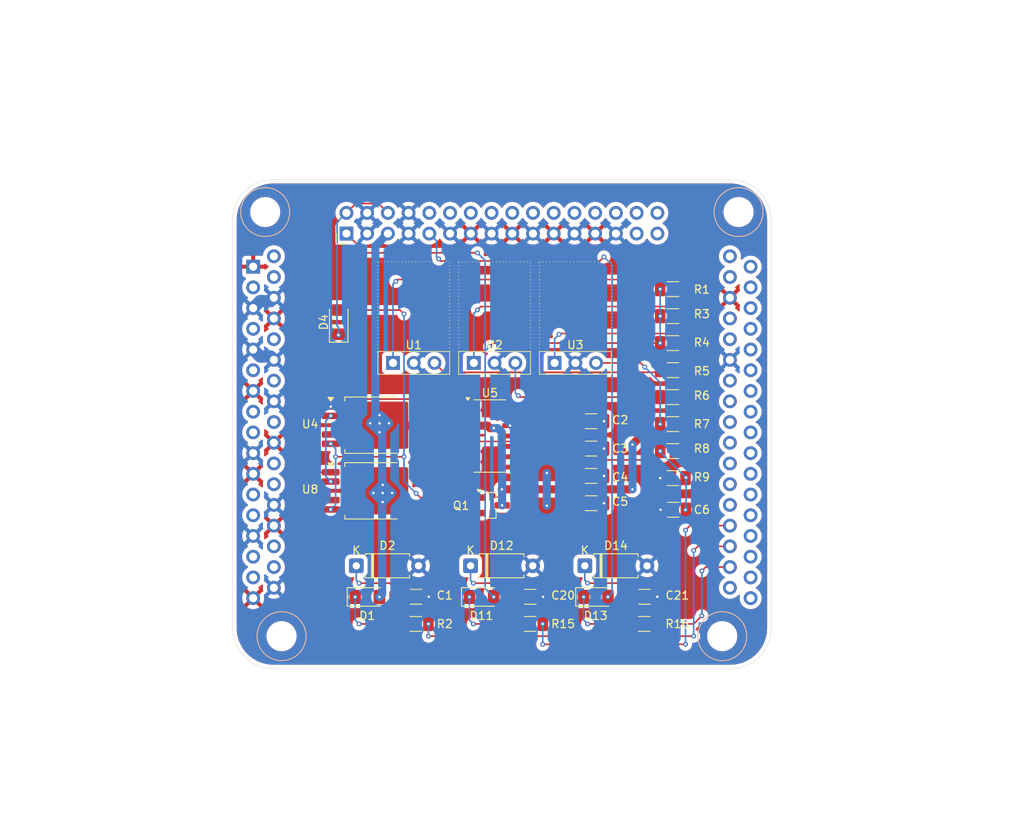
<source format=kicad_pcb>
(kicad_pcb (version 20241229) (generator "pcbnew") (generator_version "9.0")
  (layers (0 "F.Cu" signal) (2 "B.Cu" signal) (13 "F.Paste" user) (15 "B.Paste" user) (5 "F.SilkS" user "F.Silkscreen") (7 "B.SilkS" user "B.Silkscreen") (1 "F.Mask" user) (3 "B.Mask" user) (25 "Edge.Cuts" user))
  (net 0 "")
  (net 1 "GND")
  (net 2 "+3.3V")
  (net 3 "LOGIC_TIMER_EVENT_1")
  (net 4 "LOGIC_GSE_1")
  (net 5 "LOGIC_TIMER_EVENT_X")
  (net 6 "BURNWIRE_VOLTAGE")
  (net 7 "+TE-X")
  (net 21 "+TE-1")
  (net 29 "+GSE-1")
  (net 71 "Net-(D1-K)")
  (net 72 "Net-(D11-K)")
  (net 73 "Net-(D13-K)")
  (net 74 "Net-(Q1-B)")
  (net 75 "Net-(R1-Pad2)")
  (net 76 "Net-(R3-Pad2)")
  (net 77 "Net-(R4-Pad2)")
  (net 78 "Net-(R5-Pad1)")
  (net 79 "Net-(R6-Pad1)")
  (net 80 "Net-(R7-Pad1)")
  (net 81 "Net-(U5A-+)")
  (net 84 "Net-(U4-IN)")
  (net 85 "Net-(D4-A)")
  (footprint "pcb:MainStackConnector" (layer "F.Cu") (at 150 100)
    (property "Reference" "J1" (hide yes))
    (property "Value" "~" (hide yes))
    (fp_line (start -33 25) (end -33 -25) (stroke (width 0.05)) (layer "Edge.Cuts"))
    (fp_line (start -28 -30) (end 28 -30) (stroke (width 0.05)) (layer "Edge.Cuts"))
    (fp_line (start 28 30) (end -28 30) (stroke (width 0.05)) (layer "Edge.Cuts"))
    (fp_line (start 33 -25) (end 33 25) (stroke (width 0.05)) (layer "Edge.Cuts"))
    (fp_arc (start -33 -25) (mid -31.535534 -28.535534) (end -28 -30) (stroke (width 0.05)) (layer "Edge.Cuts"))
    (fp_arc (start -28 30) (mid -31.535534 28.535534) (end -33 25) (stroke (width 0.05)) (layer "Edge.Cuts"))
    (fp_arc (start 28 -30) (mid 31.535534 -28.535534) (end 33 -25) (stroke (width 0.05)) (layer "Edge.Cuts"))
    (fp_arc (start 33 25) (mid 31.535534 28.535534) (end 28 30) (stroke (width 0.05)) (layer "Edge.Cuts"))
  )
  (footprint "LED_SMD:LED_1206_3216Metric_Pad1.42x1.75mm_HandSolder" (layer "F.Cu") (at 130 87.5 90)
    (property "Reference" "D4")
    (property "Value" "RED")
  )
  (footprint "Package_SO:SOIC-14_3.9x8.7mm_P1.27mm" (layer "F.Cu") (at 148.525 101.46)
    (property "Reference" "U5")
    (property "Value" "LM339")
  )
  (footprint "Capacitor_SMD:C_1206_3216Metric_Pad1.33x1.80mm_HandSolder" (layer "F.Cu") (at 160.9375 109.7)
    (property "Reference" "C5")
    (property "Value" "1u")
  )
  (footprint "pcb:Dummy" (layer "F.Cu") (at 150 100)
    (property "Reference" "N1" (hide yes))
    (property "Value" "Housing" (hide yes))
  )
  (footprint "LED_SMD:LED_1206_3216Metric_Pad1.42x1.75mm_HandSolder" (layer "F.Cu") (at 161.505 121.19)
    (property "Reference" "D13")
    (property "Value" "WHITE")
  )
  (footprint "Resistor_SMD:R_1206_3216Metric_Pad1.30x1.75mm_HandSolder" (layer "F.Cu") (at 170.95 106.62)
    (property "Reference" "R9")
    (property "Value" "360k")
  )
  (footprint "Diode_THT:D_A-405_P7.62mm_Horizontal" (layer "F.Cu") (at 132.16 117.37)
    (property "Reference" "D2")
    (property "Value" "1N4727A")
  )
  (footprint "Capacitor_SMD:C_1206_3216Metric_Pad1.33x1.80mm_HandSolder" (layer "F.Cu") (at 160.9375 99.65)
    (property "Reference" "C2")
    (property "Value" "1u")
  )
  (footprint "Capacitor_SMD:C_1206_3216Metric_Pad1.33x1.80mm_HandSolder" (layer "F.Cu") (at 171 110.5 180)
    (property "Reference" "C6")
    (property "Value" "22u")
  )
  (footprint "Resistor_SMD:R_1206_3216Metric_Pad1.30x1.75mm_HandSolder" (layer "F.Cu") (at 170.95 90.07)
    (property "Reference" "R4")
    (property "Value" "0")
  )
  (footprint "pcb:D24V7Fx" (layer "F.Cu") (at 149.1 92.5)
    (property "Reference" "U2")
    (property "Value" "D24V7F3" (hide yes))
  )
  (footprint "Capacitor_SMD:C_1206_3216Metric_Pad1.33x1.80mm_HandSolder" (layer "F.Cu") (at 160.9375 106.35)
    (property "Reference" "C4")
    (property "Value" "1u")
  )
  (footprint "Package_TO_SOT_SMD:TO-252-4" (layer "F.Cu") (at 134.065 100.13)
    (property "Reference" "U4")
    (property "Value" "BTS462TATMA1")
  )
  (footprint "LED_SMD:LED_1206_3216Metric_Pad1.42x1.75mm_HandSolder" (layer "F.Cu") (at 133.505 121.19)
    (property "Reference" "D1")
    (property "Value" "WHITE")
  )
  (footprint "Capacitor_SMD:C_1206_3216Metric_Pad1.33x1.80mm_HandSolder" (layer "F.Cu") (at 160.9375 103)
    (property "Reference" "C3")
    (property "Value" "1u")
  )
  (footprint "Capacitor_SMD:C_1206_3216Metric_Pad1.33x1.80mm_HandSolder" (layer "F.Cu") (at 167.48 121.17)
    (property "Reference" "C21")
    (property "Value" "1u")
  )
  (footprint "Resistor_SMD:R_1206_3216Metric_Pad1.30x1.75mm_HandSolder" (layer "F.Cu") (at 170.95 83.45)
    (property "Reference" "R1")
    (property "Value" "0")
  )
  (footprint "Resistor_SMD:R_1206_3216Metric_Pad1.30x1.75mm_HandSolder" (layer "F.Cu") (at 170.95 103.31)
    (property "Reference" "R8")
    (property "Value" "910k")
  )
  (footprint "pcb:D24V7Fx" (layer "F.Cu") (at 159 92.5)
    (property "Reference" "U3")
    (property "Value" "D24V7F3" (hide yes))
  )
  (footprint "Resistor_SMD:R_1206_3216Metric_Pad1.30x1.75mm_HandSolder" (layer "F.Cu") (at 170.95 86.76)
    (property "Reference" "R3")
    (property "Value" "0")
  )
  (footprint "Capacitor_SMD:C_1206_3216Metric_Pad1.33x1.80mm_HandSolder" (layer "F.Cu") (at 153.48 121.17)
    (property "Reference" "C20")
    (property "Value" "1u")
  )
  (footprint "Resistor_SMD:R_1206_3216Metric_Pad1.30x1.75mm_HandSolder" (layer "F.Cu") (at 170.95 100)
    (property "Reference" "R7")
    (property "Value" "0")
  )
  (footprint "Resistor_SMD:R_1206_3216Metric_Pad1.30x1.75mm_HandSolder" (layer "F.Cu") (at 153.45 124.5)
    (property "Reference" "R15")
    (property "Value" "3k")
  )
  (footprint "Resistor_SMD:R_1206_3216Metric_Pad1.30x1.75mm_HandSolder" (layer "F.Cu") (at 167.45 124.5)
    (property "Reference" "R16")
    (property "Value" "3k")
  )
  (footprint "pcb:PinHeader_2x16_P2.54mm_Horizontal_SmallSilkscreen" (layer "F.Cu") (at 130.95 76.64 90)
    (property "Reference" "J2" (hide yes))
    (property "Value" "PREC040DBAN-M71RC")
  )
  (footprint "pcb:D24V7Fx" (layer "F.Cu") (at 139.2 92.5)
    (property "Reference" "U1")
    (property "Value" "D24V7F3" (hide yes))
  )
  (footprint "Resistor_SMD:R_1206_3216Metric_Pad1.30x1.75mm_HandSolder" (layer "F.Cu") (at 139.45 124.5)
    (property "Reference" "R2")
    (property "Value" "3k")
  )
  (footprint "Package_TO_SOT_SMD:SOT-23_Handsoldering" (layer "F.Cu") (at 148.525 109.96)
    (property "Reference" "Q1")
    (property "Value" "S8050")
  )
  (footprint "Resistor_SMD:R_1206_3216Metric_Pad1.30x1.75mm_HandSolder" (layer "F.Cu") (at 170.95 93.38)
    (property "Reference" "R5")
    (property "Value" "0")
  )
  (footprint "Resistor_SMD:R_1206_3216Metric_Pad1.30x1.75mm_HandSolder" (layer "F.Cu") (at 170.95 96.69)
    (property "Reference" "R6")
    (property "Value" "0")
  )
  (footprint "Diode_THT:D_A-405_P7.62mm_Horizontal" (layer "F.Cu") (at 146.16 117.37)
    (property "Reference" "D12")
    (property "Value" "1N4727A")
  )
  (footprint "Diode_THT:D_A-405_P7.62mm_Horizontal" (layer "F.Cu") (at 160.16 117.37)
    (property "Reference" "D14")
    (property "Value" "1N4727A")
  )
  (footprint "Capacitor_SMD:C_1206_3216Metric_Pad1.33x1.80mm_HandSolder" (layer "F.Cu") (at 139.48 121.17)
    (property "Reference" "C1")
    (property "Value" "1u")
  )
  (footprint "LED_SMD:LED_1206_3216Metric_Pad1.42x1.75mm_HandSolder" (layer "F.Cu") (at 147.505 121.19)
    (property "Reference" "D11")
    (property "Value" "WHITE")
  )
  (footprint "Package_TO_SOT_SMD:TO-252-4" (layer "F.Cu") (at 134.065 108.18)
    (property "Reference" "U8")
    (property "Value" "BTS462TATMA1")
  )
  (segment (start 129.025 105.9) (end 126.066 105.9) (width 0.2) (layer "F.Cu") (net 1))
  (segment (start 126.066 105.9) (end 122.06 109.906) (width 0.2) (layer "F.Cu") (net 1))
  (via (at 169.4375 110.5) (size 0.6) (drill 0.3) (layers "F.Cu" "B.Cu") (net 1))
  (via (at 129.025 97.85) (size 0.6) (drill 0.3) (layers "F.Cu" "B.Cu") (net 1))
  (via (at 162.5 106.35) (size 0.6) (drill 0.3) (layers "F.Cu" "B.Cu") (net 1))
  (via (at 141.0425 121.17) (size 0.6) (drill 0.3) (layers "F.Cu" "B.Cu") (net 1))
  (via (at 151 100.19) (size 0.6) (drill 0.3) (layers "F.Cu" "B.Cu") (net 1))
  (via (at 169.4 106.62) (size 0.6) (drill 0.3) (layers "F.Cu" "B.Cu") (net 1))
  (via (at 162.5 103) (size 0.6) (drill 0.3) (layers "F.Cu" "B.Cu") (net 1))
  (via (at 162.5 99.65) (size 0.6) (drill 0.3) (layers "F.Cu" "B.Cu") (net 1))
  (via (at 162.5 109.7) (size 0.6) (drill 0.3) (layers "F.Cu" "B.Cu") (net 1))
  (via (at 155.0425 121.17) (size 0.6) (drill 0.3) (layers "F.Cu" "B.Cu") (net 1))
  (via (at 169.0425 121.17) (size 0.6) (drill 0.3) (layers "F.Cu" "B.Cu") (net 1))
  (segment (start 120.37 91.706) (end 121.64 91.706) (width 1.5) (layer "B.Cu") (net 1))
  (segment (start 120.37 84.926) (end 121.64 84.926) (width 1.5) (layer "B.Cu") (net 1))
  (segment (start 121.64 84.926) (end 122.06 84.506) (width 1.5) (layer "B.Cu") (net 1))
  (segment (start 121.64 91.706) (end 122.06 92.126) (width 1.5) (layer "B.Cu") (net 1))
  (segment (start 119.52 90.856) (end 120.37 91.706) (width 1.5) (layer "B.Cu") (net 1))
  (segment (start 119.52 85.776) (end 120.37 84.926) (width 1.5) (layer "B.Cu") (net 1))
  (via (at 155.5 110) (size 0.6) (drill 0.3) (layers "F.Cu" "B.Cu") (net 2))
  (via (at 155.5 106) (size 0.6) (drill 0.3) (layers "F.Cu" "B.Cu") (net 2))
  (segment (start 155.5 106) (end 155.5 110) (width 1) (layer "B.Cu") (net 2))
  (segment (start 174.014 114.986) (end 173.5 115.5) (width 0.2) (layer "F.Cu") (net 3))
  (segment (start 137.9175 121.4175) (end 141 124.5) (width 0.2) (layer "F.Cu") (net 3))
  (segment (start 136.2475 119.5) (end 137.9175 121.17) (width 0.2) (layer "F.Cu") (net 3))
  (segment (start 141 126) (end 173.5 126) (width 0.2) (layer "F.Cu") (net 3))
  (segment (start 137.9175 121.17) (end 137.9175 121.4175) (width 0.2) (layer "F.Cu") (net 3))
  (segment (start 177.94 114.986) (end 174.014 114.986) (width 0.2) (layer "F.Cu") (net 3))
  (segment (start 132.5 119.5) (end 136.2475 119.5) (width 0.2) (layer "F.Cu") (net 3))
  (via (at 173.5 115.5) (size 0.6) (drill 0.3) (layers "F.Cu" "B.Cu") (net 3))
  (via (at 141 126) (size 0.6) (drill 0.3) (layers "F.Cu" "B.Cu") (net 3))
  (via (at 173.5 126) (size 0.6) (drill 0.3) (layers "F.Cu" "B.Cu") (net 3))
  (via (at 141 124.5) (size 0.6) (drill 0.3) (layers "F.Cu" "B.Cu") (net 3))
  (via (at 132.5 119.5) (size 0.6) (drill 0.3) (layers "F.Cu" "B.Cu") (net 3))
  (segment (start 132.16 117.37) (end 132.16 119.16) (width 0.2) (layer "B.Cu") (net 3))
  (segment (start 141 124.5) (end 141 126) (width 0.2) (layer "B.Cu") (net 3))
  (segment (start 173.5 115.5) (end 173.5 126) (width 0.2) (layer "B.Cu") (net 3))
  (segment (start 132.16 119.16) (end 132.5 119.5) (width 0.2) (layer "B.Cu") (net 3))
  (segment (start 150.2475 119.5) (end 151.9175 121.17) (width 0.2) (layer "F.Cu") (net 4))
  (segment (start 172.5 127) (end 155 127) (width 0.2) (layer "F.Cu") (net 4))
  (segment (start 151.9175 121.17) (end 151.9175 121.4175) (width 0.2) (layer "F.Cu") (net 4))
  (segment (start 177.94 112.446) (end 173.054 112.446) (width 0.2) (layer "F.Cu") (net 4))
  (segment (start 151.9175 121.4175) (end 155 124.5) (width 0.2) (layer "F.Cu") (net 4))
  (segment (start 173.054 112.446) (end 172.5 113) (width 0.2) (layer "F.Cu") (net 4))
  (segment (start 146.5 119.5) (end 150.2475 119.5) (width 0.2) (layer "F.Cu") (net 4))
  (via (at 172.5 113) (size 0.6) (drill 0.3) (layers "F.Cu" "B.Cu") (net 4))
  (via (at 155 127) (size 0.6) (drill 0.3) (layers "F.Cu" "B.Cu") (net 4))
  (via (at 155 124.5) (size 0.6) (drill 0.3) (layers "F.Cu" "B.Cu") (net 4))
  (via (at 172.5 127) (size 0.6) (drill 0.3) (layers "F.Cu" "B.Cu") (net 4))
  (via (at 146.5 119.5) (size 0.6) (drill 0.3) (layers "F.Cu" "B.Cu") (net 4))
  (segment (start 172.5 113) (end 172.5 127) (width 0.2) (layer "B.Cu") (net 4))
  (segment (start 146.16 119.16) (end 146.5 119.5) (width 0.2) (layer "B.Cu") (net 4))
  (segment (start 155 124.5) (end 155 127) (width 0.2) (layer "B.Cu") (net 4))
  (segment (start 146.16 117.37) (end 146.16 119.16) (width 0.2) (layer "B.Cu") (net 4))
  (segment (start 165.9175 121.17) (end 169 124.2525) (width 0.2) (layer "F.Cu") (net 5))
  (segment (start 177.94 117.526) (end 174.974 117.526) (width 0.2) (layer "F.Cu") (net 5))
  (segment (start 174.974 117.526) (end 174.5 118) (width 0.2) (layer "F.Cu") (net 5))
  (segment (start 164.2475 119.5) (end 165.9175 121.17) (width 0.2) (layer "F.Cu") (net 5))
  (segment (start 160.5 119.5) (end 164.2475 119.5) (width 0.2) (layer "F.Cu") (net 5))
  (segment (start 169 124.2525) (end 169 124.5) (width 0.2) (layer "F.Cu") (net 5))
  (segment (start 174.5 123.5) (end 173.5 124.5) (width 0.2) (layer "F.Cu") (net 5))
  (segment (start 173.5 124.5) (end 169 124.5) (width 0.2) (layer "F.Cu") (net 5))
  (via (at 174.5 123.5) (size 0.6) (drill 0.3) (layers "F.Cu" "B.Cu") (net 5))
  (via (at 160.5 119.5) (size 0.6) (drill 0.3) (layers "F.Cu" "B.Cu") (net 5))
  (via (at 174.5 118) (size 0.6) (drill 0.3) (layers "F.Cu" "B.Cu") (net 5))
  (segment (start 160.16 119.16) (end 160.5 119.5) (width 0.2) (layer "B.Cu") (net 5))
  (segment (start 160.16 117.37) (end 160.16 119.16) (width 0.2) (layer "B.Cu") (net 5))
  (segment (start 174.5 118) (end 174.5 123.5) (width 0.2) (layer "B.Cu") (net 5))
  (segment (start 130.95 74.1) (end 132.101 72.949) (width 0.2) (layer "F.Cu") (net 6))
  (segment (start 132.101 72.949) (end 134.879 72.949) (width 0.2) (layer "F.Cu") (net 6))
  (segment (start 134.879 72.949) (end 136.03 74.1) (width 0.2) (layer "F.Cu") (net 6))
  (via (at 129.970973 89.090202) (size 0.6) (drill 0.3) (layers "F.Cu" "B.Cu") (net 6))
  (segment (start 129.799 87.936557) (end 130 88.137557) (width 0.2) (layer "B.Cu") (net 6))
  (segment (start 130.95 74.1) (end 129.799 75.251) (width 0.2) (layer "B.Cu") (net 6))
  (segment (start 129.799 75.251) (end 129.799 87.936557) (width 0.2) (layer "B.Cu") (net 6))
  (segment (start 130 88.137557) (end 130 89) (width 0.2) (layer "B.Cu") (net 6))
  (segment (start 142.25 79.75) (end 142.5 80) (width 0.2) (layer "F.Cu") (net 7))
  (segment (start 162 80) (end 162.5 79.5) (width 0.2) (layer "F.Cu") (net 7))
  (segment (start 142.5 80) (end 162 80) (width 0.2) (layer "F.Cu") (net 7))
  (via (at 142.25 79.75) (size 0.6) (drill 0.3) (layers "F.Cu" "B.Cu") (net 7))
  (via (at 162.9925 121.19) (size 0.6) (drill 0.3) (layers "F.Cu" "B.Cu") (net 7))
  (via (at 162.5 79.5) (size 0.6) (drill 0.3) (layers "F.Cu" "B.Cu") (net 7))
  (segment (start 142 77.53) (end 141.11 76.64) (width 0.2) (layer "B.Cu") (net 7))
  (segment (start 142 79.5) (end 142 77.53) (width 0.2) (layer "B.Cu") (net 7))
  (segment (start 162.9925 121.19) (end 163.5 120.6825) (width 0.2) (layer "B.Cu") (net 7))
  (segment (start 142.25 79.75) (end 142 79.5) (width 0.2) (layer "B.Cu") (net 7))
  (segment (start 163.5 80.5) (end 162.5 79.5) (width 0.2) (layer "B.Cu") (net 7))
  (segment (start 163.5 120.6825) (end 163.5 80.5) (width 0.2) (layer "B.Cu") (net 7))
  (segment (start 146.05 100.19) (end 136.5 100.19) (width 1) (layer "F.Cu") (net 21))
  (segment (start 149.984279 108) (end 150 108) (width 1) (layer "F.Cu") (net 21))
  (segment (start 170.924 101.734) (end 172.5 103.31) (width 1) (layer "F.Cu") (net 21))
  (segment (start 149 100.5) (end 148.549 100.5) (width 1) (layer "F.Cu") (net 21))
  (segment (start 166.766 101.734) (end 170.924 101.734) (width 1) (layer "F.Cu") (net 21))
  (segment (start 166 102.5) (end 166.766 101.734) (width 1) (layer "F.Cu") (net 21))
  (segment (start 148.239 100.19) (end 146.05 100.19) (width 1) (layer "F.Cu") (net 21))
  (segment (start 148.549 100.5) (end 148.239 100.19) (width 1) (layer "F.Cu") (net 21))
  (segment (start 150 108) (end 166 108) (width 1) (layer "F.Cu") (net 21))
  (via (at 133.86 99.9) (size 0.6) (drill 0.3) (layers "F.Cu" "B.Cu") (net 21))
  (via (at 135.39 107.449999) (size 0.6) (drill 0.3) (layers "F.Cu" "B.Cu") (net 21))
  (via (at 135.39 108.45) (size 0.6) (drill 0.3) (layers "F.Cu" "B.Cu") (net 21))
  (via (at 135 98.899999) (size 0.6) (drill 0.3) (layers "F.Cu" "B.Cu") (net 21))
  (via (at 149 100.5) (size 0.6) (drill 0.3) (layers "F.Cu" "B.Cu") (net 21))
  (via (at 136.16 99.9) (size 0.6) (drill 0.3) (layers "F.Cu" "B.Cu") (net 21))
  (via (at 135 101) (size 0.6) (drill 0.3) (layers "F.Cu" "B.Cu") (net 21))
  (via (at 136.55 108.45) (size 0.6) (drill 0.3) (layers "F.Cu" "B.Cu") (net 21))
  (via (at 166 102.5) (size 0.6) (drill 0.3) (layers "F.Cu" "B.Cu") (net 21))
  (via (at 135.39 109.55) (size 0.6) (drill 0.3) (layers "F.Cu" "B.Cu") (net 21))
  (via (at 166 108) (size 0.6) (drill 0.3) (layers "F.Cu" "B.Cu") (net 21))
  (via (at 150.025 109.96) (size 0.6) (drill 0.3) (layers "F.Cu" "B.Cu") (net 21))
  (via (at 134.9925 121.19) (size 0.6) (drill 0.3) (layers "F.Cu" "B.Cu") (net 21))
  (via (at 150 108) (size 0.6) (drill 0.3) (layers "F.Cu" "B.Cu") (net 21))
  (via (at 134.25 108.45) (size 0.6) (drill 0.3) (layers "F.Cu" "B.Cu") (net 21))
  (via (at 135 99.9) (size 0.6) (drill 0.3) (layers "F.Cu" "B.Cu") (net 21))
  (segment (start 149.984279 106.043506) (end 150.025 106.084227) (width 1) (layer "B.Cu") (net 21))
  (segment (start 134.5 99.4) (end 135 99.9) (width 1) (layer "B.Cu") (net 21))
  (segment (start 135 99.9) (end 133.86 99.9) (width 1) (layer "B.Cu") (net 21))
  (segment (start 135.06 101) (end 136.16 99.9) (width 1) (layer "B.Cu") (net 21))
  (segment (start 134.25 108.45) (end 134.29 108.45) (width 1) (layer "B.Cu") (net 21))
  (segment (start 135.325 109) (end 135.325 110) (width 1) (layer "B.Cu") (net 21))
  (segment (start 135.325 120.8575) (end 134.9925 121.19) (width 1) (layer "B.Cu") (net 21))
  (segment (start 135.250001 107.449999) (end 134.25 108.45) (width 1) (layer "B.Cu") (net 21))
  (segment (start 135.325 100.225) (end 135 99.9) (width 1) (layer "B.Cu") (net 21))
  (segment (start 135.39 107.449999) (end 135.39 108.45) (width 1) (layer "B.Cu") (net 21))
  (segment (start 133.86 99.9) (end 133.9 99.9) (width 1) (layer "B.Cu") (net 21))
  (segment (start 134.5 78.169999) (end 134.5 99.4) (width 1) (layer "B.Cu") (net 21))
  (segment (start 135.39 109.55) (end 135.45 109.55) (width 1) (layer "B.Cu") (net 21))
  (segment (start 149.5 100.5) (end 149.984279 100.984279) (width 1) (layer "B.Cu") (net 21))
  (segment (start 134.29 108.45) (end 135.39 109.55) (width 1) (layer "B.Cu") (net 21))
  (segment (start 135.39 107.449999) (end 135.549999 107.449999) (width 1) (layer "B.Cu") (net 21))
  (segment (start 135.325 108.18) (end 135.325 109) (width 1) (layer "B.Cu") (net 21))
  (segment (start 133.9 99.9) (end 135 101) (width 1) (layer "B.Cu") (net 21))
  (segment (start 135 98.899999) (end 135 99.9) (width 1) (layer "B.Cu") (net 21))
  (segment (start 136.16 99.9) (end 135 99.9) (width 1) (layer "B.Cu") (net 21))
  (segment (start 136.029999 76.64) (end 134.5 78.169999) (width 1) (layer "B.Cu") (net 21))
  (segment (start 135 98.899999) (end 134.860001 98.899999) (width 1) (layer "B.Cu") (net 21))
  (segment (start 136.55 108.45) (end 135.39 108.45) (width 1) (layer "B.Cu") (net 21))
  (segment (start 134.860001 98.899999) (end 133.86 99.9) (width 1) (layer "B.Cu") (net 21))
  (segment (start 135.45 109.55) (end 136.55 108.45) (width 1) (layer "B.Cu") (net 21))
  (segment (start 149.984279 100.984279) (end 149.984279 106.043506) (width 1) (layer "B.Cu") (net 21))
  (segment (start 135.325 106.5) (end 135.325 107.5) (width 1) (layer "B.Cu") (net 21))
  (segment (start 135.39 107.449999) (end 135.250001 107.449999) (width 1) (layer "B.Cu") (net 21))
  (segment (start 135.159999 98.899999) (end 136.16 99.9) (width 1) (layer "B.Cu") (net 21))
  (segment (start 135.549999 107.449999) (end 136.55 108.45) (width 1) (layer "B.Cu") (net 21))
  (segment (start 135.325 110) (end 135.325 120.8575) (width 1) (layer "B.Cu") (net 21))
  (segment (start 135.325 106.5) (end 135.325 100.225) (width 1) (layer "B.Cu") (net 21))
  (segment (start 149 100.5) (end 149.5 100.5) (width 1) (layer "B.Cu") (net 21))
  (segment (start 135.39 108.45) (end 134.25 108.45) (width 1) (layer "B.Cu") (net 21))
  (segment (start 135 98.899999) (end 135.159999 98.899999) (width 1) (layer "B.Cu") (net 21))
  (segment (start 135.325 107.5) (end 135.325 108.18) (width 1) (layer "B.Cu") (net 21))
  (segment (start 166 108) (end 166 102.5) (width 1) (layer "B.Cu") (net 21))
  (segment (start 150.025 106.084227) (end 150.025 109.96) (width 1) (layer "B.Cu") (net 21))
  (segment (start 135 101) (end 135.06 101) (width 1) (layer "B.Cu") (net 21))
  (segment (start 148.5 90.5) (end 148.93 90.07) (width 0.2) (layer "F.Cu") (net 29))
  (segment (start 148.93 90.07) (end 169.4 90.07) (width 0.2) (layer "F.Cu") (net 29))
  (segment (start 133.31 79) (end 130.95 76.64) (width 0.2) (layer "F.Cu") (net 29))
  (segment (start 147 79) (end 133.31 79) (width 0.2) (layer "F.Cu") (net 29))
  (via (at 148.5 90.5) (size 0.6) (drill 0.3) (layers "F.Cu" "B.Cu") (net 29))
  (via (at 148.9925 121.19) (size 0.6) (drill 0.3) (layers "F.Cu" "B.Cu") (net 29))
  (via (at 169.4 83.45) (size 0.6) (drill 0.3) (layers "F.Cu" "B.Cu") (net 29))
  (via (at 147 79) (size 0.6) (drill 0.3) (layers "F.Cu" "B.Cu") (net 29))
  (via (at 169.4 86.76) (size 0.6) (drill 0.3) (layers "F.Cu" "B.Cu") (net 29))
  (via (at 169.4 90.07) (size 0.6) (drill 0.3) (layers "F.Cu" "B.Cu") (net 29))
  (segment (start 169.4 83.45) (end 169.4 86.76) (width 0.2) (layer "B.Cu") (net 29))
  (segment (start 147.949 91.051) (end 148.5 90.5) (width 0.2) (layer "B.Cu") (net 29))
  (segment (start 148.9925 121.19) (end 147.949 120.1465) (width 0.2) (layer "B.Cu") (net 29))
  (segment (start 169.4 86.76) (end 169.4 90.07) (width 0.2) (layer "B.Cu") (net 29))
  (segment (start 147.949 120.1465) (end 147.949 91.051) (width 0.2) (layer "B.Cu") (net 29))
  (segment (start 147.949 79.949) (end 147.949 91.051) (width 0.2) (layer "B.Cu") (net 29))
  (segment (start 147 79) (end 147.949 79.949) (width 0.2) (layer "B.Cu") (net 29))
  (segment (start 137.9 124.5) (end 132.5 124.5) (width 0.2) (layer "F.Cu") (net 71))
  (via (at 132.5 124.5) (size 0.6) (drill 0.3) (layers "F.Cu" "B.Cu") (net 71))
  (via (at 132.0175 121.19) (size 0.6) (drill 0.3) (layers "F.Cu" "B.Cu") (net 71))
  (segment (start 132.0175 121.19) (end 132.0175 124.0175) (width 0.2) (layer "B.Cu") (net 71))
  (segment (start 132.0175 124.0175) (end 132.5 124.5) (width 0.2) (layer "B.Cu") (net 71))
  (segment (start 146.5 124.5) (end 151.9 124.5) (width 0.2) (layer "F.Cu") (net 72))
  (via (at 146.0175 121.19) (size 0.6) (drill 0.3) (layers "F.Cu" "B.Cu") (net 72))
  (via (at 146.5 124.5) (size 0.6) (drill 0.3) (layers "F.Cu" "B.Cu") (net 72))
  (segment (start 146.0175 124.0175) (end 146.5 124.5) (width 0.2) (layer "B.Cu") (net 72))
  (segment (start 146.0175 121.19) (end 146.0175 124.0175) (width 0.2) (layer "B.Cu") (net 72))
  (segment (start 160.5 124.5) (end 165.9 124.5) (width 0.2) (layer "F.Cu") (net 73))
  (via (at 160.0175 121.19) (size 0.6) (drill 0.3) (layers "F.Cu" "B.Cu") (net 73))
  (via (at 160.5 124.5) (size 0.6) (drill 0.3) (layers "F.Cu" "B.Cu") (net 73))
  (segment (start 160.0175 124.0175) (end 160.5 124.5) (width 0.2) (layer "B.Cu") (net 73))
  (segment (start 160.0175 121.19) (end 160.0175 124.0175) (width 0.2) (layer "B.Cu") (net 73))
  (segment (start 137 82.5) (end 137.226 82.274) (width 0.2) (layer "F.Cu") (net 75))
  (segment (start 171.324 82.274) (end 172.5 83.45) (width 0.2) (layer "F.Cu") (net 75))
  (segment (start 137.226 82.274) (end 171.324 82.274) (width 0.2) (layer "F.Cu") (net 75))
  (via (at 137 82.5) (size 0.6) (drill 0.3) (layers "F.Cu" "B.Cu") (net 75))
  (segment (start 136.66 82.84) (end 137 82.5) (width 0.2) (layer "B.Cu") (net 75))
  (segment (start 136.66 92.5) (end 136.66 82.84) (width 0.2) (layer "B.Cu") (net 75))
  (segment (start 172.5 86.76) (end 171.324 85.584) (width 0.2) (layer "F.Cu") (net 76))
  (segment (start 171.324 85.584) (end 147.416 85.584) (width 0.2) (layer "F.Cu") (net 76))
  (segment (start 147.416 85.584) (end 147 86) (width 0.2) (layer "F.Cu") (net 76))
  (via (at 147 86) (size 0.6) (drill 0.3) (layers "F.Cu" "B.Cu") (net 76))
  (segment (start 146.56 92.5) (end 146.56 86.44) (width 0.2) (layer "B.Cu") (net 76))
  (segment (start 146.56 86.44) (end 147 86) (width 0.2) (layer "B.Cu") (net 76))
  (segment (start 172.5 90.07) (end 171.324 88.894) (width 0.2) (layer "F.Cu") (net 77))
  (segment (start 157.106 88.894) (end 157 89) (width 0.2) (layer "F.Cu") (net 77))
  (segment (start 171.324 88.894) (end 157.106 88.894) (width 0.2) (layer "F.Cu") (net 77))
  (via (at 157 89) (size 0.6) (drill 0.3) (layers "F.Cu" "B.Cu") (net 77))
  (segment (start 156.46 92.5) (end 156.46 89.54) (width 0.2) (layer "B.Cu") (net 77))
  (segment (start 156.46 89.54) (end 157 89) (width 0.2) (layer "B.Cu") (net 77))
  (segment (start 169.129 93.651) (end 142.891 93.651) (width 0.2) (layer "F.Cu") (net 78))
  (segment (start 169.4 93.38) (end 169.129 93.651) (width 0.2) (layer "F.Cu") (net 78))
  (segment (start 142.891 93.651) (end 141.74 92.5) (width 0.2) (layer "F.Cu") (net 78))
  (segment (start 169.4 96.69) (end 152.19 96.69) (width 0.2) (layer "F.Cu") (net 79))
  (segment (start 152.19 96.69) (end 152 96.5) (width 0.2) (layer "F.Cu") (net 79))
  (via (at 152 96.5) (size 0.6) (drill 0.3) (layers "F.Cu" "B.Cu") (net 79))
  (segment (start 152 96.5) (end 151.64 96.14) (width 0.2) (layer "B.Cu") (net 79))
  (segment (start 151.64 96.14) (end 151.64 92.5) (width 0.2) (layer "B.Cu") (net 79))
  (segment (start 167 92.5) (end 167.5 93) (width 0.2) (layer "F.Cu") (net 80))
  (segment (start 161.54 92.5) (end 167 92.5) (width 0.2) (layer "F.Cu") (net 80))
  (via (at 169.4 100) (size 0.6) (drill 0.3) (layers "F.Cu" "B.Cu") (net 80))
  (via (at 167.5 93) (size 0.6) (drill 0.3) (layers "F.Cu" "B.Cu") (net 80))
  (segment (start 167.5 93) (end 169.4 94.9) (width 0.2) (layer "B.Cu") (net 80))
  (segment (start 169.4 94.9) (end 169.4 100) (width 0.2) (layer "B.Cu") (net 80))
  (segment (start 172.5 106.62) (end 172.56 106.56) (width 0.2) (layer "F.Cu") (net 81))
  (segment (start 158.916786 104.390446) (end 168.319554 104.390446) (width 0.2) (layer "F.Cu") (net 81))
  (segment (start 146.05 102.73) (end 146.651 102.129) (width 0.2) (layer "F.Cu") (net 81))
  (segment (start 147.024999 102.73) (end 146.05 102.73) (width 0.2) (layer "F.Cu") (net 81))
  (segment (start 169.4 103.31) (end 169.4 103.52) (width 0.2) (layer "F.Cu") (net 81))
  (segment (start 146.651 102.129) (end 156.65534 102.129) (width 0.2) (layer "F.Cu") (net 81))
  (segment (start 172.56 106.56) (end 173.101 106.019) (width 0.2) (layer "F.Cu") (net 81))
  (segment (start 168.319554 104.390446) (end 169.4 103.31) (width 0.2) (layer "F.Cu") (net 81))
  (segment (start 156.65534 102.129) (end 158.916786 104.390446) (width 0.2) (layer "F.Cu") (net 81))
  (via (at 172.5 110.5) (size 0.6) (drill 0.3) (layers "F.Cu" "B.Cu") (net 81))
  (via (at 172.56 106.56) (size 0.6) (drill 0.3) (layers "F.Cu" "B.Cu") (net 81))
  (via (at 169.4 103.31) (size 0.6) (drill 0.3) (layers "F.Cu" "B.Cu") (net 81))
  (segment (start 172.56 106.56) (end 172.56 110.44) (width 0.2) (layer "B.Cu") (net 81))
  (segment (start 169.4 103.4) (end 172.56 106.56) (width 0.2) (layer "B.Cu") (net 81))
  (segment (start 172.56 110.44) (end 172.5 110.5) (width 0.2) (layer "B.Cu") (net 81))
  (segment (start 169.4 103.31) (end 169.4 103.4) (width 0.2) (layer "B.Cu") (net 81))
  (segment (start 145.075001 98.92) (end 146.05 98.92) (width 0.2) (layer "F.Cu") (net 84))
  (segment (start 143.084001 96.929) (end 145.075001 98.92) (width 0.2) (layer "F.Cu") (net 84))
  (segment (start 132.13984 96.929) (end 143.084001 96.929) (width 0.2) (layer "F.Cu") (net 84))
  (segment (start 130.07884 98.99) (end 132.13984 96.929) (width 0.2) (layer "F.Cu") (net 84))
  (segment (start 129.025 98.99) (end 130.07884 98.99) (width 0.2) (layer "F.Cu") (net 84))
  (via (at 129.025 98.99) (size 0.6) (drill 0.3) (layers "F.Cu" "B.Cu") (net 84))
  (via (at 129.025 107.04) (size 0.6) (drill 0.3) (layers "F.Cu" "B.Cu") (net 84))
  (segment (start 128.424 106.439) (end 129.025 107.04) (width 0.2) (layer "B.Cu") (net 84))
  (segment (start 129.025 98.99) (end 128.424 99.591) (width 0.2) (layer "B.Cu") (net 84))
  (segment (start 128.424 99.591) (end 128.424 106.439) (width 0.2) (layer "B.Cu") (net 84))
  (segment (start 147.025 109.01) (end 140.01 109.01) (width 0.2) (layer "F.Cu") (net 85))
  (segment (start 140.01 109.01) (end 139.5 108.5) (width 0.2) (layer "F.Cu") (net 85))
  (segment (start 129.626 104) (end 138 104) (width 0.2) (layer "F.Cu") (net 85))
  (segment (start 138 86.5) (end 137.5125 86.0125) (width 0.2) (layer "F.Cu") (net 85))
  (segment (start 137.5125 86.0125) (end 130 86.0125) (width 0.2) (layer "F.Cu") (net 85))
  (via (at 138 86.5) (size 0.6) (drill 0.3) (layers "F.Cu" "B.Cu") (net 85))
  (via (at 129.025 110.46) (size 0.6) (drill 0.3) (layers "F.Cu" "B.Cu") (net 85))
  (via (at 129.626 104) (size 0.6) (drill 0.3) (layers "F.Cu" "B.Cu") (net 85))
  (via (at 129.025 102.41) (size 0.6) (drill 0.3) (layers "F.Cu" "B.Cu") (net 85))
  (via (at 138 104) (size 0.6) (drill 0.3) (layers "F.Cu" "B.Cu") (net 85))
  (via (at 139.5 108.5) (size 0.6) (drill 0.3) (layers "F.Cu" "B.Cu") (net 85))
  (segment (start 138 104) (end 138 86.5) (width 0.2) (layer "B.Cu") (net 85))
  (segment (start 129.626 103.011) (end 129.626 104) (width 0.2) (layer "B.Cu") (net 85))
  (segment (start 138 107) (end 138 104) (width 0.2) (layer "B.Cu") (net 85))
  (segment (start 129.626 109.859) (end 129.025 110.46) (width 0.2) (layer "B.Cu") (net 85))
  (segment (start 139.5 108.5) (end 138 107) (width 0.2) (layer "B.Cu") (net 85))
  (segment (start 129.626 104) (end 129.626 109.859) (width 0.2) (layer "B.Cu") (net 85))
  (segment (start 129.025 102.41) (end 129.626 103.011) (width 0.2) (layer "B.Cu") (net 85))
  (zone (net 2) (net_name "+3.3V") (layer "F.Cu") (connect_pads (clearance 0.5)) (min_thickness 0.25) (fill yes (thermal_gap 0.5) (thermal_bridge_width 0.5))
    (polygon (pts (xy 88.5 48) (xy 214 48) (xy 214 149.5) (xy 88.5 149.5)))
  )
  (zone (net 1) (net_name "GND") (layer "B.Cu") (connect_pads (clearance 0.5)) (min_thickness 0.25) (fill yes (thermal_gap 0.5) (thermal_bridge_width 0.5))
    (polygon (pts (xy 88.5 48) (xy 214 48) (xy 214 149.5) (xy 88.5 149.5)))
  )
)
</source>
